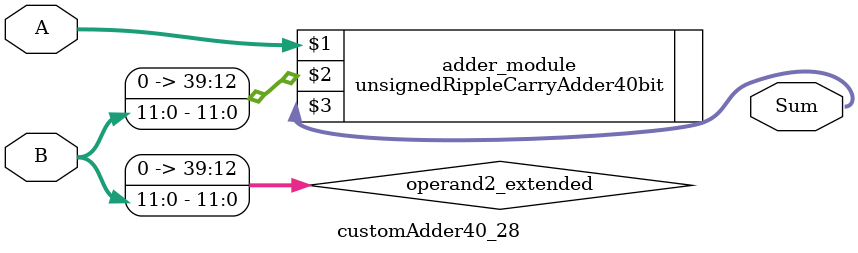
<source format=v>
module customAdder40_28(
                        input [39 : 0] A,
                        input [11 : 0] B,
                        
                        output [40 : 0] Sum
                );

        wire [39 : 0] operand2_extended;
        
        assign operand2_extended =  {28'b0, B};
        
        unsignedRippleCarryAdder40bit adder_module(
            A,
            operand2_extended,
            Sum
        );
        
        endmodule
        
</source>
